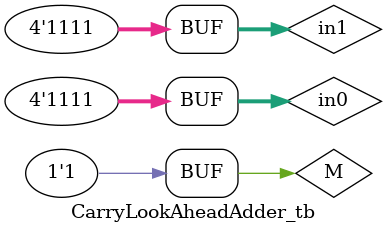
<source format=v>
module CarryLookAheadAdder_tb();

	reg [3:0] in0;
	reg [3:0] in1;
    reg M;
	wire [3:0] S;
	wire C,V;

  CarryLookAheadAdder DUT(.V(V),.S(S),.A(in0),.B(in1),.M(M));

	initial begin
		in0 = 4'b0000; in1 = 4'b0000; M=0; #10
		in0 = 4'b0000; in1 = 4'b1110; #10
		in0 = 4'b0000; in1 = 4'b1111; #10
		in0 = 4'b1011; in1 = 4'b0111; #10
		in0 = 4'b1011; in1 = 4'b1000; #10
		in0 = 4'b1111; in1 = 4'b1111; #10
        in0 = 4'b0000; in1 = 4'b0000; M=1; #10
		in0 = 4'b0111; in1 = 4'b1011; #10
		in0 = 4'b1001; in1 = 4'b1010; #10
		in0 = 4'b1011; in1 = 4'b1010; #10
		in0 = 4'b1101; in1 = 4'b1001; #10
		in0 = 4'b1111; in1 = 4'b0111; #10
		in0 = 4'b1111; in1 = 4'b1111;
	end

	initial begin
      $monitor($time, " overflow:%b: %b = %b + %b, %b",V,S,in0,in1,M);
	end

endmodule
</source>
